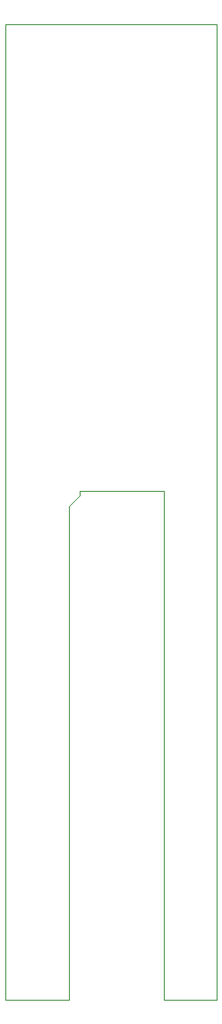
<source format=gbr>
G04 #@! TF.GenerationSoftware,KiCad,Pcbnew,5.1.2-f72e74a~84~ubuntu18.04.1*
G04 #@! TF.CreationDate,2019-08-23T19:05:58+08:00*
G04 #@! TF.ProjectId,handyfan,68616e64-7966-4616-9e2e-6b696361645f,rev?*
G04 #@! TF.SameCoordinates,Original*
G04 #@! TF.FileFunction,Profile,NP*
%FSLAX46Y46*%
G04 Gerber Fmt 4.6, Leading zero omitted, Abs format (unit mm)*
G04 Created by KiCad (PCBNEW 5.1.2-f72e74a~84~ubuntu18.04.1) date 2019-08-23 19:05:58*
%MOMM*%
%LPD*%
G04 APERTURE LIST*
%ADD10C,0.050000*%
G04 APERTURE END LIST*
D10*
X97000000Y-110500000D02*
X97000000Y-110000000D01*
X96000000Y-111500000D02*
X97000000Y-110500000D01*
X96000000Y-111750000D02*
X96000000Y-111500000D01*
X96000000Y-116000000D02*
X96000000Y-111750000D01*
X96000000Y-116000000D02*
X96000000Y-158000000D01*
X97000000Y-110000000D02*
X105000000Y-110000000D01*
X96000000Y-158000000D02*
X95500000Y-158000000D01*
X95500000Y-158000000D02*
X95000000Y-158000000D01*
X90000000Y-66000000D02*
X90000000Y-77000000D01*
X110000000Y-66000000D02*
X110000000Y-77000000D01*
X90000000Y-66000000D02*
X110000000Y-66000000D01*
X107000000Y-158000000D02*
X110000000Y-158000000D01*
X90000000Y-158000000D02*
X95000000Y-158000000D01*
X90000000Y-92000000D02*
X90000000Y-158000000D01*
X110000000Y-77000000D02*
X110000000Y-101000000D01*
X90000000Y-77000000D02*
X90000000Y-92000000D01*
X110000000Y-80000000D02*
X110000000Y-93000000D01*
X110000000Y-158000000D02*
X110000000Y-93000000D01*
X105000000Y-158000000D02*
X107000000Y-158000000D01*
X105000000Y-155000000D02*
X105000000Y-158000000D01*
X105000000Y-110000000D02*
X105000000Y-155000000D01*
M02*

</source>
